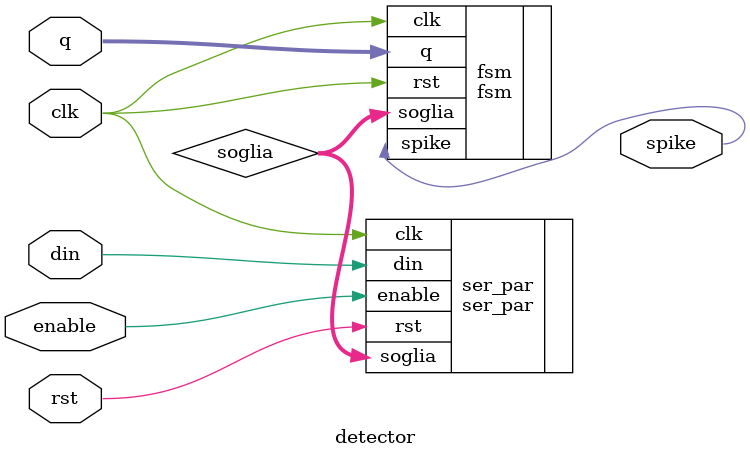
<source format=sv>
`timescale 1ns/1ps
module detector(input logic clk, rst,
               input logic enable, din,
               input logic signed [11:0] q,
               output logic spike);

logic signed [11:0] soglia; //variabile intermedia


ser_par ser_par (.clk(clk), .rst(rst), .enable(enable), .din(din), .soglia(soglia));
fsm fsm (.clk(clk), .rst(clk), .q(q), .soglia(soglia), .spike(spike));

endmodule
</source>
